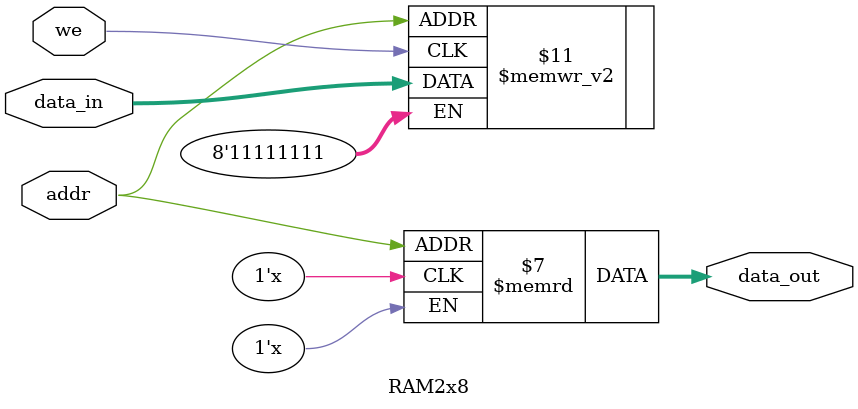
<source format=v>
module RAM2x8 (
    input wire addr,            // Seleção do endereço (0 ou 1)
    input wire [7:0] data_in,  // Dados de entrada (8 bits)
    input wire we,             // Write Enable
    output reg [7:0] data_out   // Dados de saída (8 bits)
);
    reg [7:0] RAM[1:0]; // Array de 2 memórias RAM de 8 bits

    always @(posedge we) begin
        RAM[addr] <= data_in; // Escreve os 8 bits no endereço selecionado
    end

    always @(addr or RAM[0] or RAM[1]) begin
        data_out = RAM[addr]; // Lê os dados do endereço selecionado
    end
endmodule

</source>
